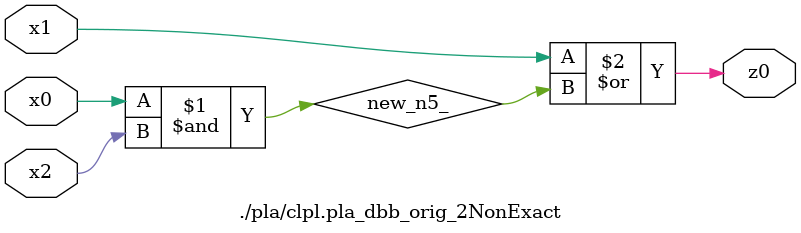
<source format=v>

module \./pla/clpl.pla_dbb_orig_2NonExact  ( 
    x0, x1, x2,
    z0  );
  input  x0, x1, x2;
  output z0;
  wire new_n5_;
  assign new_n5_ = x0 & x2;
  assign z0 = x1 | new_n5_;
endmodule



</source>
